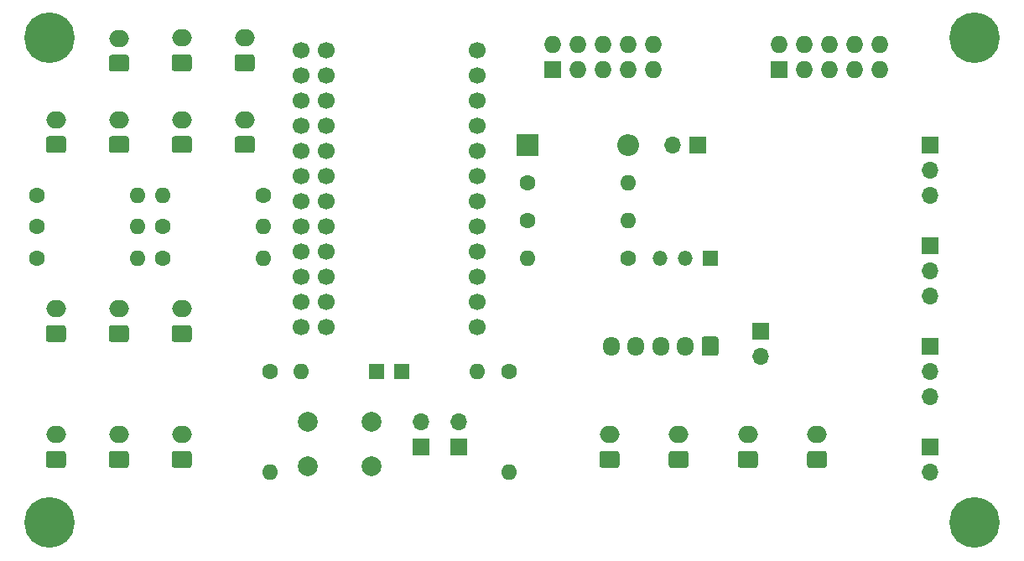
<source format=gts>
G04 #@! TF.GenerationSoftware,KiCad,Pcbnew,(5.1.8)-1*
G04 #@! TF.CreationDate,2021-02-04T22:11:43+01:00*
G04 #@! TF.ProjectId,C64 Arcade,43363420-4172-4636-9164-652e6b696361,rev?*
G04 #@! TF.SameCoordinates,Original*
G04 #@! TF.FileFunction,Soldermask,Top*
G04 #@! TF.FilePolarity,Negative*
%FSLAX46Y46*%
G04 Gerber Fmt 4.6, Leading zero omitted, Abs format (unit mm)*
G04 Created by KiCad (PCBNEW (5.1.8)-1) date 2021-02-04 22:11:43*
%MOMM*%
%LPD*%
G01*
G04 APERTURE LIST*
%ADD10R,1.700000X1.700000*%
%ADD11O,1.700000X1.700000*%
%ADD12C,1.600000*%
%ADD13O,1.600000X1.600000*%
%ADD14R,1.600000X1.600000*%
%ADD15R,1.500000X1.500000*%
%ADD16O,1.500000X1.500000*%
%ADD17C,1.700000*%
%ADD18C,5.100000*%
%ADD19C,2.000000*%
%ADD20R,1.727200X1.727200*%
%ADD21O,1.727200X1.727200*%
%ADD22O,2.200000X2.200000*%
%ADD23R,2.200000X2.200000*%
%ADD24O,2.000000X1.700000*%
%ADD25O,1.700000X1.950000*%
G04 APERTURE END LIST*
D10*
X215900000Y-115316000D03*
D11*
X215900000Y-117856000D03*
D10*
X233045000Y-127000000D03*
D11*
X233045000Y-129540000D03*
D12*
X142875000Y-104775000D03*
D13*
X153035000Y-104775000D03*
X165735000Y-107950000D03*
D12*
X155575000Y-107950000D03*
X155575000Y-104775000D03*
D13*
X165735000Y-104775000D03*
D12*
X142875000Y-107950000D03*
D13*
X153035000Y-107950000D03*
D12*
X166370000Y-119380000D03*
D13*
X166370000Y-129540000D03*
D14*
X179705000Y-119380000D03*
D13*
X187325000Y-119380000D03*
D15*
X210820000Y-107950000D03*
D16*
X205740000Y-107950000D03*
X208280000Y-107950000D03*
D12*
X202565000Y-107950000D03*
D13*
X192405000Y-107950000D03*
D17*
X172085000Y-114935000D03*
X172085000Y-112395000D03*
X172085000Y-109855000D03*
X172085000Y-107315000D03*
X172085000Y-104775000D03*
X172085000Y-102235000D03*
X172085000Y-99695000D03*
X172085000Y-97155000D03*
X172085000Y-94615000D03*
X172085000Y-92075000D03*
X172085000Y-89535000D03*
X172085000Y-86995000D03*
X169545000Y-89535000D03*
X169545000Y-92075000D03*
X169545000Y-94615000D03*
X169545000Y-97155000D03*
X169545000Y-99695000D03*
X169545000Y-102235000D03*
X169545000Y-104775000D03*
X169545000Y-107315000D03*
X169545000Y-109855000D03*
X169545000Y-112395000D03*
X169545000Y-114935000D03*
X187325000Y-114935000D03*
X187325000Y-112395000D03*
X187325000Y-109855000D03*
X187325000Y-107315000D03*
X187325000Y-104775000D03*
X187325000Y-102235000D03*
X187325000Y-99695000D03*
X187325000Y-97155000D03*
X187325000Y-94615000D03*
X187325000Y-92075000D03*
X187325000Y-89535000D03*
X187325000Y-86995000D03*
X169545000Y-86995000D03*
D18*
X144145000Y-134620000D03*
X237490000Y-134620000D03*
X237490000Y-85725000D03*
X144145000Y-85725000D03*
D19*
X176680000Y-124460000D03*
X176680000Y-128960000D03*
X170180000Y-124460000D03*
X170180000Y-128960000D03*
D10*
X233045000Y-116840000D03*
D11*
X233045000Y-119380000D03*
X233045000Y-121920000D03*
X233045000Y-111760000D03*
X233045000Y-109220000D03*
D10*
X233045000Y-106680000D03*
D11*
X233045000Y-101600000D03*
X233045000Y-99060000D03*
D10*
X233045000Y-96520000D03*
D20*
X194945000Y-88900000D03*
D21*
X197485000Y-88900000D03*
X200025000Y-88900000D03*
X202565000Y-88900000D03*
X205105000Y-88900000D03*
X194945000Y-86360000D03*
X197485000Y-86360000D03*
X200025000Y-86360000D03*
X202565000Y-86360000D03*
X205105000Y-86360000D03*
X227965000Y-86360000D03*
X225425000Y-86360000D03*
X222885000Y-86360000D03*
X220345000Y-86360000D03*
X217805000Y-86360000D03*
X227965000Y-88900000D03*
X225425000Y-88900000D03*
X222885000Y-88900000D03*
X220345000Y-88900000D03*
D20*
X217805000Y-88900000D03*
D22*
X202565000Y-96520000D03*
D23*
X192405000Y-96520000D03*
D12*
X192405000Y-100330000D03*
D13*
X202565000Y-100330000D03*
X202565000Y-104140000D03*
D12*
X192405000Y-104140000D03*
X142875000Y-101600000D03*
D13*
X153035000Y-101600000D03*
X155575000Y-101600000D03*
D12*
X165735000Y-101600000D03*
D11*
X185420000Y-124460000D03*
D10*
X185420000Y-127000000D03*
X181610000Y-127000000D03*
D11*
X181610000Y-124460000D03*
D13*
X169545000Y-119380000D03*
D14*
X177165000Y-119380000D03*
D13*
X190500000Y-129540000D03*
D12*
X190500000Y-119380000D03*
D24*
X157480000Y-85725000D03*
G36*
G01*
X158230000Y-89075000D02*
X156730000Y-89075000D01*
G75*
G02*
X156480000Y-88825000I0J250000D01*
G01*
X156480000Y-87625000D01*
G75*
G02*
X156730000Y-87375000I250000J0D01*
G01*
X158230000Y-87375000D01*
G75*
G02*
X158480000Y-87625000I0J-250000D01*
G01*
X158480000Y-88825000D01*
G75*
G02*
X158230000Y-89075000I-250000J0D01*
G01*
G37*
G36*
G01*
X164580000Y-89075000D02*
X163080000Y-89075000D01*
G75*
G02*
X162830000Y-88825000I0J250000D01*
G01*
X162830000Y-87625000D01*
G75*
G02*
X163080000Y-87375000I250000J0D01*
G01*
X164580000Y-87375000D01*
G75*
G02*
X164830000Y-87625000I0J-250000D01*
G01*
X164830000Y-88825000D01*
G75*
G02*
X164580000Y-89075000I-250000J0D01*
G01*
G37*
X163830000Y-85725000D03*
G36*
G01*
X158230000Y-97330000D02*
X156730000Y-97330000D01*
G75*
G02*
X156480000Y-97080000I0J250000D01*
G01*
X156480000Y-95880000D01*
G75*
G02*
X156730000Y-95630000I250000J0D01*
G01*
X158230000Y-95630000D01*
G75*
G02*
X158480000Y-95880000I0J-250000D01*
G01*
X158480000Y-97080000D01*
G75*
G02*
X158230000Y-97330000I-250000J0D01*
G01*
G37*
X157480000Y-93980000D03*
X144780000Y-93980000D03*
G36*
G01*
X145530000Y-97330000D02*
X144030000Y-97330000D01*
G75*
G02*
X143780000Y-97080000I0J250000D01*
G01*
X143780000Y-95880000D01*
G75*
G02*
X144030000Y-95630000I250000J0D01*
G01*
X145530000Y-95630000D01*
G75*
G02*
X145780000Y-95880000I0J-250000D01*
G01*
X145780000Y-97080000D01*
G75*
G02*
X145530000Y-97330000I-250000J0D01*
G01*
G37*
X151130000Y-93980000D03*
G36*
G01*
X151880000Y-97330000D02*
X150380000Y-97330000D01*
G75*
G02*
X150130000Y-97080000I0J250000D01*
G01*
X150130000Y-95880000D01*
G75*
G02*
X150380000Y-95630000I250000J0D01*
G01*
X151880000Y-95630000D01*
G75*
G02*
X152130000Y-95880000I0J-250000D01*
G01*
X152130000Y-97080000D01*
G75*
G02*
X151880000Y-97330000I-250000J0D01*
G01*
G37*
X163830000Y-93980000D03*
G36*
G01*
X164580000Y-97330000D02*
X163080000Y-97330000D01*
G75*
G02*
X162830000Y-97080000I0J250000D01*
G01*
X162830000Y-95880000D01*
G75*
G02*
X163080000Y-95630000I250000J0D01*
G01*
X164580000Y-95630000D01*
G75*
G02*
X164830000Y-95880000I0J-250000D01*
G01*
X164830000Y-97080000D01*
G75*
G02*
X164580000Y-97330000I-250000J0D01*
G01*
G37*
G36*
G01*
X211670000Y-116115000D02*
X211670000Y-117565000D01*
G75*
G02*
X211420000Y-117815000I-250000J0D01*
G01*
X210220000Y-117815000D01*
G75*
G02*
X209970000Y-117565000I0J250000D01*
G01*
X209970000Y-116115000D01*
G75*
G02*
X210220000Y-115865000I250000J0D01*
G01*
X211420000Y-115865000D01*
G75*
G02*
X211670000Y-116115000I0J-250000D01*
G01*
G37*
D25*
X208320000Y-116840000D03*
X205820000Y-116840000D03*
X203320000Y-116840000D03*
X200820000Y-116840000D03*
D24*
X221615000Y-125770000D03*
G36*
G01*
X222365000Y-129120000D02*
X220865000Y-129120000D01*
G75*
G02*
X220615000Y-128870000I0J250000D01*
G01*
X220615000Y-127670000D01*
G75*
G02*
X220865000Y-127420000I250000J0D01*
G01*
X222365000Y-127420000D01*
G75*
G02*
X222615000Y-127670000I0J-250000D01*
G01*
X222615000Y-128870000D01*
G75*
G02*
X222365000Y-129120000I-250000J0D01*
G01*
G37*
X214630000Y-125770000D03*
G36*
G01*
X215380000Y-129120000D02*
X213880000Y-129120000D01*
G75*
G02*
X213630000Y-128870000I0J250000D01*
G01*
X213630000Y-127670000D01*
G75*
G02*
X213880000Y-127420000I250000J0D01*
G01*
X215380000Y-127420000D01*
G75*
G02*
X215630000Y-127670000I0J-250000D01*
G01*
X215630000Y-128870000D01*
G75*
G02*
X215380000Y-129120000I-250000J0D01*
G01*
G37*
G36*
G01*
X208395000Y-129120000D02*
X206895000Y-129120000D01*
G75*
G02*
X206645000Y-128870000I0J250000D01*
G01*
X206645000Y-127670000D01*
G75*
G02*
X206895000Y-127420000I250000J0D01*
G01*
X208395000Y-127420000D01*
G75*
G02*
X208645000Y-127670000I0J-250000D01*
G01*
X208645000Y-128870000D01*
G75*
G02*
X208395000Y-129120000I-250000J0D01*
G01*
G37*
X207645000Y-125770000D03*
G36*
G01*
X201410000Y-129120000D02*
X199910000Y-129120000D01*
G75*
G02*
X199660000Y-128870000I0J250000D01*
G01*
X199660000Y-127670000D01*
G75*
G02*
X199910000Y-127420000I250000J0D01*
G01*
X201410000Y-127420000D01*
G75*
G02*
X201660000Y-127670000I0J-250000D01*
G01*
X201660000Y-128870000D01*
G75*
G02*
X201410000Y-129120000I-250000J0D01*
G01*
G37*
X200660000Y-125770000D03*
X144780000Y-125770000D03*
G36*
G01*
X145530000Y-129120000D02*
X144030000Y-129120000D01*
G75*
G02*
X143780000Y-128870000I0J250000D01*
G01*
X143780000Y-127670000D01*
G75*
G02*
X144030000Y-127420000I250000J0D01*
G01*
X145530000Y-127420000D01*
G75*
G02*
X145780000Y-127670000I0J-250000D01*
G01*
X145780000Y-128870000D01*
G75*
G02*
X145530000Y-129120000I-250000J0D01*
G01*
G37*
G36*
G01*
X151880000Y-129120000D02*
X150380000Y-129120000D01*
G75*
G02*
X150130000Y-128870000I0J250000D01*
G01*
X150130000Y-127670000D01*
G75*
G02*
X150380000Y-127420000I250000J0D01*
G01*
X151880000Y-127420000D01*
G75*
G02*
X152130000Y-127670000I0J-250000D01*
G01*
X152130000Y-128870000D01*
G75*
G02*
X151880000Y-129120000I-250000J0D01*
G01*
G37*
X151130000Y-125770000D03*
G36*
G01*
X158230000Y-129120000D02*
X156730000Y-129120000D01*
G75*
G02*
X156480000Y-128870000I0J250000D01*
G01*
X156480000Y-127670000D01*
G75*
G02*
X156730000Y-127420000I250000J0D01*
G01*
X158230000Y-127420000D01*
G75*
G02*
X158480000Y-127670000I0J-250000D01*
G01*
X158480000Y-128870000D01*
G75*
G02*
X158230000Y-129120000I-250000J0D01*
G01*
G37*
X157480000Y-125770000D03*
X144780000Y-113070000D03*
G36*
G01*
X145530000Y-116420000D02*
X144030000Y-116420000D01*
G75*
G02*
X143780000Y-116170000I0J250000D01*
G01*
X143780000Y-114970000D01*
G75*
G02*
X144030000Y-114720000I250000J0D01*
G01*
X145530000Y-114720000D01*
G75*
G02*
X145780000Y-114970000I0J-250000D01*
G01*
X145780000Y-116170000D01*
G75*
G02*
X145530000Y-116420000I-250000J0D01*
G01*
G37*
G36*
G01*
X151880000Y-116420000D02*
X150380000Y-116420000D01*
G75*
G02*
X150130000Y-116170000I0J250000D01*
G01*
X150130000Y-114970000D01*
G75*
G02*
X150380000Y-114720000I250000J0D01*
G01*
X151880000Y-114720000D01*
G75*
G02*
X152130000Y-114970000I0J-250000D01*
G01*
X152130000Y-116170000D01*
G75*
G02*
X151880000Y-116420000I-250000J0D01*
G01*
G37*
X151130000Y-113070000D03*
X157480000Y-113070000D03*
G36*
G01*
X158230000Y-116420000D02*
X156730000Y-116420000D01*
G75*
G02*
X156480000Y-116170000I0J250000D01*
G01*
X156480000Y-114970000D01*
G75*
G02*
X156730000Y-114720000I250000J0D01*
G01*
X158230000Y-114720000D01*
G75*
G02*
X158480000Y-114970000I0J-250000D01*
G01*
X158480000Y-116170000D01*
G75*
G02*
X158230000Y-116420000I-250000J0D01*
G01*
G37*
X151130000Y-85765000D03*
G36*
G01*
X151880000Y-89115000D02*
X150380000Y-89115000D01*
G75*
G02*
X150130000Y-88865000I0J250000D01*
G01*
X150130000Y-87665000D01*
G75*
G02*
X150380000Y-87415000I250000J0D01*
G01*
X151880000Y-87415000D01*
G75*
G02*
X152130000Y-87665000I0J-250000D01*
G01*
X152130000Y-88865000D01*
G75*
G02*
X151880000Y-89115000I-250000J0D01*
G01*
G37*
D10*
X209550000Y-96520000D03*
D11*
X207010000Y-96520000D03*
M02*

</source>
